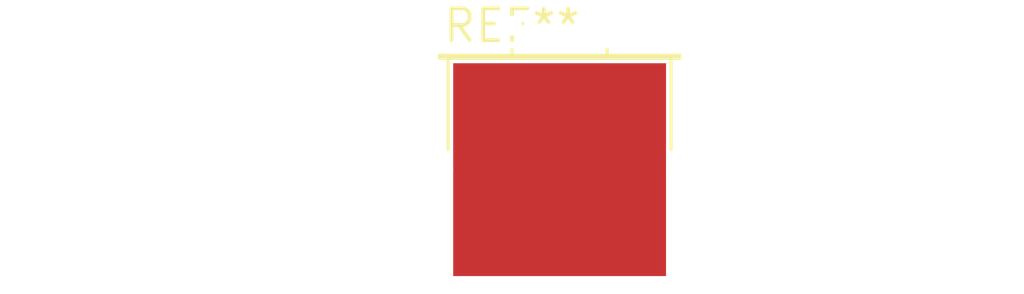
<source format=kicad_pcb>
(kicad_pcb (version 20240108) (generator pcbnew)
  (layers (0 "F.Cu" signal) (31 "B.Cu" signal) (34 "B.Paste" user) (35 "F.Paste" user) (36 "B.SilkS" user "B.Silkscreen") (37 "F.SilkS" user "F.Silkscreen") (38 "B.Mask" user) (39 "F.Mask" user) (44 "Edge.Cuts" user))
  (net 0 "")
  (footprint "Crystal_HC52-8mm_Horizontal_1EP_style2" (layer "F.Cu") (at 0 0)
    (property "Reference" "REF**")
    (property "Value" "Crystal_HC52-8mm_Horizontal_1EP_style2")
    (fp_line (start -2.9 1.18) (end 6.7 1.18) (layer "F.SilkS") (stroke (width 0.12)))
    (fp_line (start -2.9 1.3) (end -2.9 1.18) (layer "F.SilkS") (stroke (width 0.12)))
    (fp_line (start -2.55 1.3) (end 6.35 1.3) (layer "F.SilkS") (stroke (width 0.12)))
    (fp_line (start -2.55 4.95) (end -2.55 1.3) (layer "F.SilkS") (stroke (width 0.12)))
    (fp_line (start 0 0.95) (end 0 0.95) (layer "F.SilkS") (stroke (width 0.12)))
    (fp_line (start 0 1.3) (end 0 0.95) (layer "F.SilkS") (stroke (width 0.12)))
    (fp_line (start 3.8 0.95) (end 3.8 0.95) (layer "F.SilkS") (stroke (width 0.12)))
    (fp_line (start 3.8 1.3) (end 3.8 0.95) (layer "F.SilkS") (stroke (width 0.12)))
    (fp_line (start 6.35 1.3) (end 6.35 4.95) (layer "F.SilkS") (stroke (width 0.12)))
    (fp_line (start 6.7 1.18) (end 6.7 1.3) (layer "F.SilkS") (stroke (width 0.12)))
    (fp_line (start 6.7 1.3) (end -2.9 1.3) (layer "F.SilkS") (stroke (width 0.12)))
    (pad "1" thru_hole circle (at 0 0) (size 1.5 1.5) (drill 0.8) (layers *.Cu *.Mask) (remove_unused_layers))
    (pad "2" thru_hole circle (at 3.8 0) (size 1.5 1.5) (drill 0.8) (layers *.Cu *.Mask) (remove_unused_layers))
    (pad "3" thru_hole rect (at -2.75 5.75) (size 1.2 1.2) (drill 0.8) (layers *.Cu *.Mask) (remove_unused_layers))
    (pad "3" smd rect (at 1.9 5.75) (size 8.5 8.5) (layers "F.Cu" "F.Paste" "F.Mask"))
    (pad "3" thru_hole rect (at 6.55 5.75) (size 1.2 1.2) (drill 0.8) (layers *.Cu *.Mask) (remove_unused_layers))
  )
)
</source>
